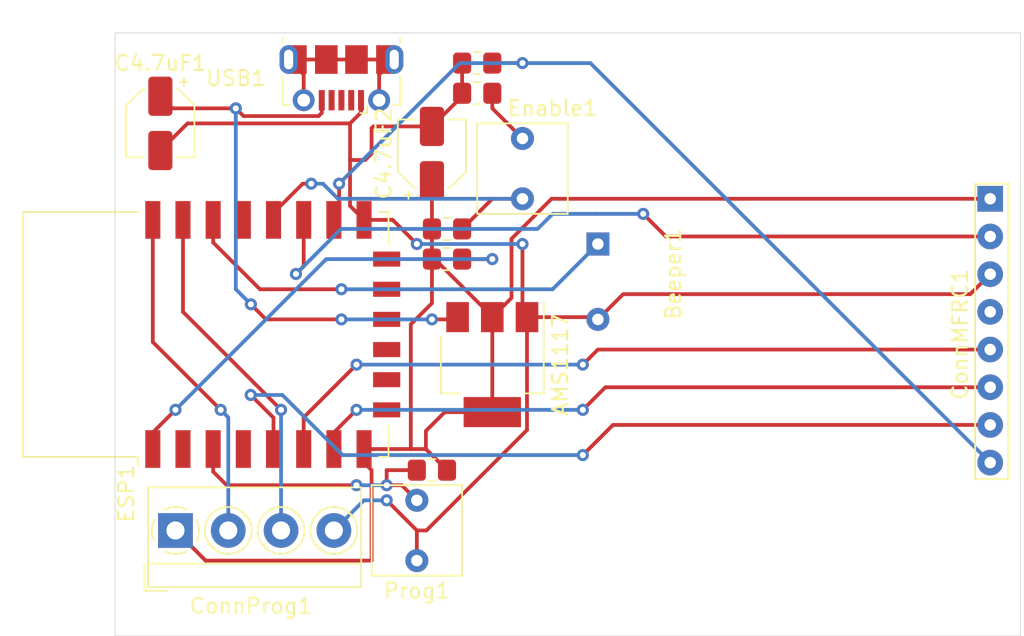
<source format=kicad_pcb>
(kicad_pcb (version 20171130) (host pcbnew "(5.1.9)-1")

  (general
    (thickness 1.6)
    (drawings 4)
    (tracks 172)
    (zones 0)
    (modules 15)
    (nets 30)
  )

  (page A4)
  (layers
    (0 F.Cu signal)
    (31 B.Cu signal)
    (32 B.Adhes user)
    (33 F.Adhes user)
    (34 B.Paste user)
    (35 F.Paste user)
    (36 B.SilkS user)
    (37 F.SilkS user)
    (38 B.Mask user)
    (39 F.Mask user)
    (40 Dwgs.User user)
    (41 Cmts.User user)
    (42 Eco1.User user)
    (43 Eco2.User user)
    (44 Edge.Cuts user)
    (45 Margin user)
    (46 B.CrtYd user)
    (47 F.CrtYd user)
    (48 B.Fab user)
    (49 F.Fab user)
  )

  (setup
    (last_trace_width 0.25)
    (trace_clearance 0.2)
    (zone_clearance 0.508)
    (zone_45_only no)
    (trace_min 0.2)
    (via_size 0.8)
    (via_drill 0.4)
    (via_min_size 0.4)
    (via_min_drill 0.3)
    (uvia_size 0.3)
    (uvia_drill 0.1)
    (uvias_allowed no)
    (uvia_min_size 0.2)
    (uvia_min_drill 0.1)
    (edge_width 0.05)
    (segment_width 0.2)
    (pcb_text_width 0.3)
    (pcb_text_size 1.5 1.5)
    (mod_edge_width 0.12)
    (mod_text_size 1 1)
    (mod_text_width 0.15)
    (pad_size 1.524 1.524)
    (pad_drill 0.762)
    (pad_to_mask_clearance 0)
    (aux_axis_origin 0 0)
    (visible_elements 7FFFFFFF)
    (pcbplotparams
      (layerselection 0x010fc_ffffffff)
      (usegerberextensions false)
      (usegerberattributes true)
      (usegerberadvancedattributes true)
      (creategerberjobfile true)
      (excludeedgelayer true)
      (linewidth 0.100000)
      (plotframeref false)
      (viasonmask false)
      (mode 1)
      (useauxorigin false)
      (hpglpennumber 1)
      (hpglpenspeed 20)
      (hpglpendiameter 15.000000)
      (psnegative false)
      (psa4output false)
      (plotreference true)
      (plotvalue true)
      (plotinvisibletext false)
      (padsonsilk false)
      (subtractmaskfromsilk false)
      (outputformat 1)
      (mirror false)
      (drillshape 0)
      (scaleselection 1)
      (outputdirectory "Order"))
  )

  (net 0 "")
  (net 1 "Net-(AMS1117-Pad1)")
  (net 2 "Net-(AMS1117-Pad3)")
  (net 3 "Net-(AMS1117-Pad2)")
  (net 4 "Net-(Beeper1-Pad1)")
  (net 5 "Net-(ConnMFRC1-Pad8)")
  (net 6 "Net-(ConnMFRC1-Pad7)")
  (net 7 "Net-(ConnMFRC1-Pad6)")
  (net 8 "Net-(ConnMFRC1-Pad5)")
  (net 9 "Net-(ConnMFRC1-Pad4)")
  (net 10 "Net-(ConnMFRC1-Pad2)")
  (net 11 "Net-(ConnProg1-Pad3)")
  (net 12 "Net-(ConnProg1-Pad2)")
  (net 13 "Net-(Enable1-Pad2)")
  (net 14 "Net-(ESP1-Pad12)")
  (net 15 "Net-(ESP1-Pad13)")
  (net 16 "Net-(ESP1-Pad22)")
  (net 17 "Net-(ESP1-Pad21)")
  (net 18 "Net-(ESP1-Pad20)")
  (net 19 "Net-(ESP1-Pad19)")
  (net 20 "Net-(ESP1-Pad18)")
  (net 21 "Net-(ESP1-Pad17)")
  (net 22 "Net-(ESP1-Pad4)")
  (net 23 "Net-(ESP1-Pad3)")
  (net 24 "Net-(ESP1-Pad2)")
  (net 25 "Net-(ESP1-Pad1)")
  (net 26 "Net-(USB1-Pad6)")
  (net 27 "Net-(USB1-Pad3)")
  (net 28 "Net-(USB1-Pad4)")
  (net 29 "Net-(USB1-Pad2)")

  (net_class Default "This is the default net class."
    (clearance 0.2)
    (trace_width 0.25)
    (via_dia 0.8)
    (via_drill 0.4)
    (uvia_dia 0.3)
    (uvia_drill 0.1)
    (add_net "Net-(AMS1117-Pad1)")
    (add_net "Net-(AMS1117-Pad2)")
    (add_net "Net-(AMS1117-Pad3)")
    (add_net "Net-(Beeper1-Pad1)")
    (add_net "Net-(ConnMFRC1-Pad2)")
    (add_net "Net-(ConnMFRC1-Pad4)")
    (add_net "Net-(ConnMFRC1-Pad5)")
    (add_net "Net-(ConnMFRC1-Pad6)")
    (add_net "Net-(ConnMFRC1-Pad7)")
    (add_net "Net-(ConnMFRC1-Pad8)")
    (add_net "Net-(ConnProg1-Pad2)")
    (add_net "Net-(ConnProg1-Pad3)")
    (add_net "Net-(ESP1-Pad1)")
    (add_net "Net-(ESP1-Pad12)")
    (add_net "Net-(ESP1-Pad13)")
    (add_net "Net-(ESP1-Pad17)")
    (add_net "Net-(ESP1-Pad18)")
    (add_net "Net-(ESP1-Pad19)")
    (add_net "Net-(ESP1-Pad2)")
    (add_net "Net-(ESP1-Pad20)")
    (add_net "Net-(ESP1-Pad21)")
    (add_net "Net-(ESP1-Pad22)")
    (add_net "Net-(ESP1-Pad3)")
    (add_net "Net-(ESP1-Pad4)")
    (add_net "Net-(Enable1-Pad2)")
    (add_net "Net-(USB1-Pad2)")
    (add_net "Net-(USB1-Pad3)")
    (add_net "Net-(USB1-Pad4)")
    (add_net "Net-(USB1-Pad6)")
  )

  (module esp:esp12f (layer F.Cu) (tedit 605CBEA7) (tstamp 6083B5F8)
    (at 19 34 90)
    (descr "Wi-Fi Module, http://wiki.ai-thinker.com/_media/esp8266/docs/aithinker_esp_12f_datasheet_en.pdf")
    (tags "Wi-Fi Module")
    (path /605CB4A1)
    (attr smd)
    (fp_text reference ESP1 (at -10.56 -5.26 90) (layer F.SilkS)
      (effects (font (size 1 1) (thickness 0.15)))
    )
    (fp_text value ESP-12E (at -0.06 -12.78 90) (layer F.Fab)
      (effects (font (size 1 1) (thickness 0.15)))
    )
    (fp_text user %R (at 0.49 -0.8 90) (layer F.Fab)
      (effects (font (size 1 1) (thickness 0.15)))
    )
    (fp_text user "KEEP-OUT ZONE" (at 0.03 -9.55 270) (layer Cmts.User)
      (effects (font (size 1 1) (thickness 0.15)))
    )
    (fp_text user Antenna (at -0.06 -7 270) (layer Cmts.User)
      (effects (font (size 1 1) (thickness 0.15)))
    )
    (fp_line (start 5.56 -4.8) (end 8.12 -7.36) (layer Dwgs.User) (width 0.12))
    (fp_line (start 2.56 -4.8) (end 8.12 -10.36) (layer Dwgs.User) (width 0.12))
    (fp_line (start -0.44 -4.8) (end 6.88 -12.12) (layer Dwgs.User) (width 0.12))
    (fp_line (start -3.44 -4.8) (end 3.88 -12.12) (layer Dwgs.User) (width 0.12))
    (fp_line (start -6.44 -4.8) (end 0.88 -12.12) (layer Dwgs.User) (width 0.12))
    (fp_line (start -8.12 -6.12) (end -2.12 -12.12) (layer Dwgs.User) (width 0.12))
    (fp_line (start -8.12 -9.12) (end -5.12 -12.12) (layer Dwgs.User) (width 0.12))
    (fp_line (start -8.12 -4.8) (end -8.12 -12.12) (layer Dwgs.User) (width 0.12))
    (fp_line (start 8.12 -4.8) (end -8.12 -4.8) (layer Dwgs.User) (width 0.12))
    (fp_line (start 8.12 -12.12) (end 8.12 -4.8) (layer Dwgs.User) (width 0.12))
    (fp_line (start -8.12 -12.12) (end 8.12 -12.12) (layer Dwgs.User) (width 0.12))
    (fp_line (start -8.12 -4.5) (end -8.73 -4.5) (layer F.SilkS) (width 0.12))
    (fp_line (start -8.12 -4.5) (end -8.12 -12.12) (layer F.SilkS) (width 0.12))
    (fp_line (start -8.12 12.12) (end -8.12 11.5) (layer F.SilkS) (width 0.12))
    (fp_line (start -6 12.12) (end -8.12 12.12) (layer F.SilkS) (width 0.12))
    (fp_line (start 8.12 12.12) (end 6 12.12) (layer F.SilkS) (width 0.12))
    (fp_line (start 8.12 11.5) (end 8.12 12.12) (layer F.SilkS) (width 0.12))
    (fp_line (start 8.12 -12.12) (end 8.12 -4.5) (layer F.SilkS) (width 0.12))
    (fp_line (start -8.12 -12.12) (end 8.12 -12.12) (layer F.SilkS) (width 0.12))
    (fp_line (start -9.05 13.1) (end -9.05 -12.2) (layer F.CrtYd) (width 0.05))
    (fp_line (start 9.05 13.1) (end -9.05 13.1) (layer F.CrtYd) (width 0.05))
    (fp_line (start 9.05 -12.2) (end 9.05 13.1) (layer F.CrtYd) (width 0.05))
    (fp_line (start -9.05 -12.2) (end 9.05 -12.2) (layer F.CrtYd) (width 0.05))
    (fp_line (start -8 -4) (end -8 -12) (layer F.Fab) (width 0.12))
    (fp_line (start -7.5 -3.5) (end -8 -4) (layer F.Fab) (width 0.12))
    (fp_line (start -8 -3) (end -7.5 -3.5) (layer F.Fab) (width 0.12))
    (fp_line (start -8 12) (end -8 -3) (layer F.Fab) (width 0.12))
    (fp_line (start 8 12) (end -8 12) (layer F.Fab) (width 0.12))
    (fp_line (start 8 -12) (end 8 12) (layer F.Fab) (width 0.12))
    (fp_line (start -8 -12) (end 8 -12) (layer F.Fab) (width 0.12))
    (pad 16 smd rect (at 7.6 -3.5 90) (size 2.5 1) (layers F.Cu F.Paste F.Mask)
      (net 12 "Net-(ConnProg1-Pad2)"))
    (pad 15 smd rect (at 7.6 -1.5 90) (size 2.5 1) (layers F.Cu F.Paste F.Mask)
      (net 11 "Net-(ConnProg1-Pad3)"))
    (pad 14 smd rect (at 7.6 0.5 90) (size 2.5 1) (layers F.Cu F.Paste F.Mask)
      (net 4 "Net-(Beeper1-Pad1)"))
    (pad 13 smd rect (at 7.6 2.5 90) (size 2.5 1) (layers F.Cu F.Paste F.Mask)
      (net 15 "Net-(ESP1-Pad13)"))
    (pad 12 smd rect (at 7.6 4.5 90) (size 2.5 1) (layers F.Cu F.Paste F.Mask)
      (net 14 "Net-(ESP1-Pad12)"))
    (pad 11 smd rect (at 7.6 6.5 90) (size 2.5 1) (layers F.Cu F.Paste F.Mask)
      (net 10 "Net-(ConnMFRC1-Pad2)"))
    (pad 10 smd rect (at 7.6 8.5 90) (size 2.5 1) (layers F.Cu F.Paste F.Mask)
      (net 5 "Net-(ConnMFRC1-Pad8)"))
    (pad 9 smd rect (at 7.6 10.5 90) (size 2.5 1) (layers F.Cu F.Paste F.Mask)
      (net 1 "Net-(AMS1117-Pad1)"))
    (pad 22 smd rect (at 5 12 90) (size 1 1.8) (layers F.Cu F.Paste F.Mask)
      (net 16 "Net-(ESP1-Pad22)"))
    (pad 21 smd rect (at 3 12 90) (size 1 1.8) (layers F.Cu F.Paste F.Mask)
      (net 17 "Net-(ESP1-Pad21)"))
    (pad 20 smd rect (at 1 12 90) (size 1 1.8) (layers F.Cu F.Paste F.Mask)
      (net 18 "Net-(ESP1-Pad20)"))
    (pad 19 smd rect (at -1 12 90) (size 1 1.8) (layers F.Cu F.Paste F.Mask)
      (net 19 "Net-(ESP1-Pad19)"))
    (pad 18 smd rect (at -3 12 90) (size 1 1.8) (layers F.Cu F.Paste F.Mask)
      (net 20 "Net-(ESP1-Pad18)"))
    (pad 17 smd rect (at -5 12 90) (size 1 1.8) (layers F.Cu F.Paste F.Mask)
      (net 21 "Net-(ESP1-Pad17)"))
    (pad 8 smd rect (at -7.6 10.5 90) (size 2.5 1) (layers F.Cu F.Paste F.Mask)
      (net 3 "Net-(AMS1117-Pad2)"))
    (pad 7 smd rect (at -7.6 8.5 90) (size 2.5 1) (layers F.Cu F.Paste F.Mask)
      (net 7 "Net-(ConnMFRC1-Pad6)"))
    (pad 6 smd rect (at -7.6 6.5 90) (size 2.5 1) (layers F.Cu F.Paste F.Mask)
      (net 8 "Net-(ConnMFRC1-Pad5)"))
    (pad 5 smd rect (at -7.6 4.5 90) (size 2.5 1) (layers F.Cu F.Paste F.Mask)
      (net 6 "Net-(ConnMFRC1-Pad7)"))
    (pad 4 smd rect (at -7.6 2.5 90) (size 2.5 1) (layers F.Cu F.Paste F.Mask)
      (net 22 "Net-(ESP1-Pad4)"))
    (pad 3 smd rect (at -7.6 0.5 90) (size 2.5 1) (layers F.Cu F.Paste F.Mask)
      (net 23 "Net-(ESP1-Pad3)"))
    (pad 2 smd rect (at -7.6 -1.5 90) (size 2.5 1) (layers F.Cu F.Paste F.Mask)
      (net 24 "Net-(ESP1-Pad2)"))
    (pad 1 smd rect (at -7.6 -3.5 90) (size 2.5 1) (layers F.Cu F.Paste F.Mask)
      (net 25 "Net-(ESP1-Pad1)"))
    (model ${KISYS3DMOD}/RF_Module.3dshapes/ESP-12E.wrl
      (at (xyz 0 0 0))
      (scale (xyz 1 1 1))
      (rotate (xyz 0 0 0))
    )
  )

  (module Capacitor_SMD:CP_Elec_4x5.4 (layer F.Cu) (tedit 5BCA39CF) (tstamp 6083C2B0)
    (at 34 22 90)
    (descr "SMD capacitor, aluminum electrolytic, Panasonic A5 / Nichicon, 4.0x5.4mm")
    (tags "capacitor electrolytic")
    (path /6076FB1B)
    (attr smd)
    (fp_text reference C4.7uF2 (at 0 -3.2 90) (layer F.SilkS)
      (effects (font (size 1 1) (thickness 0.15)))
    )
    (fp_text value C4.7uF (at 0 3.2 90) (layer F.Fab)
      (effects (font (size 1 1) (thickness 0.15)))
    )
    (fp_text user %R (at 0 0 90) (layer F.Fab)
      (effects (font (size 0.8 0.8) (thickness 0.12)))
    )
    (fp_circle (center 0 0) (end 2 0) (layer F.Fab) (width 0.1))
    (fp_line (start 2.15 -2.15) (end 2.15 2.15) (layer F.Fab) (width 0.1))
    (fp_line (start -1.15 -2.15) (end 2.15 -2.15) (layer F.Fab) (width 0.1))
    (fp_line (start -1.15 2.15) (end 2.15 2.15) (layer F.Fab) (width 0.1))
    (fp_line (start -2.15 -1.15) (end -2.15 1.15) (layer F.Fab) (width 0.1))
    (fp_line (start -2.15 -1.15) (end -1.15 -2.15) (layer F.Fab) (width 0.1))
    (fp_line (start -2.15 1.15) (end -1.15 2.15) (layer F.Fab) (width 0.1))
    (fp_line (start -1.574773 -1) (end -1.174773 -1) (layer F.Fab) (width 0.1))
    (fp_line (start -1.374773 -1.2) (end -1.374773 -0.8) (layer F.Fab) (width 0.1))
    (fp_line (start 2.26 2.26) (end 2.26 1.06) (layer F.SilkS) (width 0.12))
    (fp_line (start 2.26 -2.26) (end 2.26 -1.06) (layer F.SilkS) (width 0.12))
    (fp_line (start -1.195563 -2.26) (end 2.26 -2.26) (layer F.SilkS) (width 0.12))
    (fp_line (start -1.195563 2.26) (end 2.26 2.26) (layer F.SilkS) (width 0.12))
    (fp_line (start -2.26 1.195563) (end -2.26 1.06) (layer F.SilkS) (width 0.12))
    (fp_line (start -2.26 -1.195563) (end -2.26 -1.06) (layer F.SilkS) (width 0.12))
    (fp_line (start -2.26 -1.195563) (end -1.195563 -2.26) (layer F.SilkS) (width 0.12))
    (fp_line (start -2.26 1.195563) (end -1.195563 2.26) (layer F.SilkS) (width 0.12))
    (fp_line (start -3 -1.56) (end -2.5 -1.56) (layer F.SilkS) (width 0.12))
    (fp_line (start -2.75 -1.81) (end -2.75 -1.31) (layer F.SilkS) (width 0.12))
    (fp_line (start 2.4 -2.4) (end 2.4 -1.05) (layer F.CrtYd) (width 0.05))
    (fp_line (start 2.4 -1.05) (end 3.35 -1.05) (layer F.CrtYd) (width 0.05))
    (fp_line (start 3.35 -1.05) (end 3.35 1.05) (layer F.CrtYd) (width 0.05))
    (fp_line (start 3.35 1.05) (end 2.4 1.05) (layer F.CrtYd) (width 0.05))
    (fp_line (start 2.4 1.05) (end 2.4 2.4) (layer F.CrtYd) (width 0.05))
    (fp_line (start -1.25 2.4) (end 2.4 2.4) (layer F.CrtYd) (width 0.05))
    (fp_line (start -1.25 -2.4) (end 2.4 -2.4) (layer F.CrtYd) (width 0.05))
    (fp_line (start -2.4 1.25) (end -1.25 2.4) (layer F.CrtYd) (width 0.05))
    (fp_line (start -2.4 -1.25) (end -1.25 -2.4) (layer F.CrtYd) (width 0.05))
    (fp_line (start -2.4 -1.25) (end -2.4 -1.05) (layer F.CrtYd) (width 0.05))
    (fp_line (start -2.4 1.05) (end -2.4 1.25) (layer F.CrtYd) (width 0.05))
    (fp_line (start -2.4 -1.05) (end -3.35 -1.05) (layer F.CrtYd) (width 0.05))
    (fp_line (start -3.35 -1.05) (end -3.35 1.05) (layer F.CrtYd) (width 0.05))
    (fp_line (start -3.35 1.05) (end -2.4 1.05) (layer F.CrtYd) (width 0.05))
    (pad 2 smd roundrect (at 1.8 0 90) (size 2.6 1.6) (layers F.Cu F.Paste F.Mask) (roundrect_rratio 0.15625)
      (net 1 "Net-(AMS1117-Pad1)"))
    (pad 1 smd roundrect (at -1.8 0 90) (size 2.6 1.6) (layers F.Cu F.Paste F.Mask) (roundrect_rratio 0.15625)
      (net 3 "Net-(AMS1117-Pad2)"))
    (model ${KISYS3DMOD}/Capacitor_SMD.3dshapes/CP_Elec_4x5.4.wrl
      (at (xyz 0 0 0))
      (scale (xyz 1 1 1))
      (rotate (xyz 0 0 0))
    )
  )

  (module Capacitor_SMD:CP_Elec_4x5.4 (layer F.Cu) (tedit 5BCA39CF) (tstamp 6083B541)
    (at 16 20 270)
    (descr "SMD capacitor, aluminum electrolytic, Panasonic A5 / Nichicon, 4.0x5.4mm")
    (tags "capacitor electrolytic")
    (path /60767CBD)
    (attr smd)
    (fp_text reference C4.7uF1 (at -4 0 180) (layer F.SilkS)
      (effects (font (size 1 1) (thickness 0.15)))
    )
    (fp_text value C4.7uF (at 0 3.2 90) (layer F.Fab)
      (effects (font (size 1 1) (thickness 0.15)))
    )
    (fp_text user %R (at 0 0 90) (layer F.Fab)
      (effects (font (size 0.8 0.8) (thickness 0.12)))
    )
    (fp_circle (center 0 0) (end 2 0) (layer F.Fab) (width 0.1))
    (fp_line (start 2.15 -2.15) (end 2.15 2.15) (layer F.Fab) (width 0.1))
    (fp_line (start -1.15 -2.15) (end 2.15 -2.15) (layer F.Fab) (width 0.1))
    (fp_line (start -1.15 2.15) (end 2.15 2.15) (layer F.Fab) (width 0.1))
    (fp_line (start -2.15 -1.15) (end -2.15 1.15) (layer F.Fab) (width 0.1))
    (fp_line (start -2.15 -1.15) (end -1.15 -2.15) (layer F.Fab) (width 0.1))
    (fp_line (start -2.15 1.15) (end -1.15 2.15) (layer F.Fab) (width 0.1))
    (fp_line (start -1.574773 -1) (end -1.174773 -1) (layer F.Fab) (width 0.1))
    (fp_line (start -1.374773 -1.2) (end -1.374773 -0.8) (layer F.Fab) (width 0.1))
    (fp_line (start 2.26 2.26) (end 2.26 1.06) (layer F.SilkS) (width 0.12))
    (fp_line (start 2.26 -2.26) (end 2.26 -1.06) (layer F.SilkS) (width 0.12))
    (fp_line (start -1.195563 -2.26) (end 2.26 -2.26) (layer F.SilkS) (width 0.12))
    (fp_line (start -1.195563 2.26) (end 2.26 2.26) (layer F.SilkS) (width 0.12))
    (fp_line (start -2.26 1.195563) (end -2.26 1.06) (layer F.SilkS) (width 0.12))
    (fp_line (start -2.26 -1.195563) (end -2.26 -1.06) (layer F.SilkS) (width 0.12))
    (fp_line (start -2.26 -1.195563) (end -1.195563 -2.26) (layer F.SilkS) (width 0.12))
    (fp_line (start -2.26 1.195563) (end -1.195563 2.26) (layer F.SilkS) (width 0.12))
    (fp_line (start -3 -1.56) (end -2.5 -1.56) (layer F.SilkS) (width 0.12))
    (fp_line (start -2.75 -1.81) (end -2.75 -1.31) (layer F.SilkS) (width 0.12))
    (fp_line (start 2.4 -2.4) (end 2.4 -1.05) (layer F.CrtYd) (width 0.05))
    (fp_line (start 2.4 -1.05) (end 3.35 -1.05) (layer F.CrtYd) (width 0.05))
    (fp_line (start 3.35 -1.05) (end 3.35 1.05) (layer F.CrtYd) (width 0.05))
    (fp_line (start 3.35 1.05) (end 2.4 1.05) (layer F.CrtYd) (width 0.05))
    (fp_line (start 2.4 1.05) (end 2.4 2.4) (layer F.CrtYd) (width 0.05))
    (fp_line (start -1.25 2.4) (end 2.4 2.4) (layer F.CrtYd) (width 0.05))
    (fp_line (start -1.25 -2.4) (end 2.4 -2.4) (layer F.CrtYd) (width 0.05))
    (fp_line (start -2.4 1.25) (end -1.25 2.4) (layer F.CrtYd) (width 0.05))
    (fp_line (start -2.4 -1.25) (end -1.25 -2.4) (layer F.CrtYd) (width 0.05))
    (fp_line (start -2.4 -1.25) (end -2.4 -1.05) (layer F.CrtYd) (width 0.05))
    (fp_line (start -2.4 1.05) (end -2.4 1.25) (layer F.CrtYd) (width 0.05))
    (fp_line (start -2.4 -1.05) (end -3.35 -1.05) (layer F.CrtYd) (width 0.05))
    (fp_line (start -3.35 -1.05) (end -3.35 1.05) (layer F.CrtYd) (width 0.05))
    (fp_line (start -3.35 1.05) (end -2.4 1.05) (layer F.CrtYd) (width 0.05))
    (pad 2 smd roundrect (at 1.8 0 270) (size 2.6 1.6) (layers F.Cu F.Paste F.Mask) (roundrect_rratio 0.15625)
      (net 1 "Net-(AMS1117-Pad1)"))
    (pad 1 smd roundrect (at -1.8 0 270) (size 2.6 1.6) (layers F.Cu F.Paste F.Mask) (roundrect_rratio 0.15625)
      (net 2 "Net-(AMS1117-Pad3)"))
    (model ${KISYS3DMOD}/Capacitor_SMD.3dshapes/CP_Elec_4x5.4.wrl
      (at (xyz 0 0 0))
      (scale (xyz 1 1 1))
      (rotate (xyz 0 0 0))
    )
  )

  (module Connector_USB:USB_Micro-B_Molex-105017-0001 (layer F.Cu) (tedit 5A1DC0BE) (tstamp 6083B680)
    (at 28 17 180)
    (descr http://www.molex.com/pdm_docs/sd/1050170001_sd.pdf)
    (tags "Micro-USB SMD Typ-B")
    (path /607DC9CE)
    (attr smd)
    (fp_text reference USB1 (at 7 0) (layer F.SilkS)
      (effects (font (size 1 1) (thickness 0.15)))
    )
    (fp_text value USB_B_Micro (at 0.3 4.3375) (layer F.Fab)
      (effects (font (size 1 1) (thickness 0.15)))
    )
    (fp_text user %R (at 0 0.8875) (layer F.Fab)
      (effects (font (size 1 1) (thickness 0.15)))
    )
    (fp_text user "PCB Edge" (at 0 2.6875) (layer Dwgs.User)
      (effects (font (size 0.5 0.5) (thickness 0.08)))
    )
    (fp_line (start -4.4 3.64) (end 4.4 3.64) (layer F.CrtYd) (width 0.05))
    (fp_line (start 4.4 -2.46) (end 4.4 3.64) (layer F.CrtYd) (width 0.05))
    (fp_line (start -4.4 -2.46) (end 4.4 -2.46) (layer F.CrtYd) (width 0.05))
    (fp_line (start -4.4 3.64) (end -4.4 -2.46) (layer F.CrtYd) (width 0.05))
    (fp_line (start -3.9 -1.7625) (end -3.45 -1.7625) (layer F.SilkS) (width 0.12))
    (fp_line (start -3.9 0.0875) (end -3.9 -1.7625) (layer F.SilkS) (width 0.12))
    (fp_line (start 3.9 2.6375) (end 3.9 2.3875) (layer F.SilkS) (width 0.12))
    (fp_line (start 3.75 3.3875) (end 3.75 -1.6125) (layer F.Fab) (width 0.1))
    (fp_line (start -3 2.689204) (end 3 2.689204) (layer F.Fab) (width 0.1))
    (fp_line (start -3.75 3.389204) (end 3.75 3.389204) (layer F.Fab) (width 0.1))
    (fp_line (start -3.75 -1.6125) (end 3.75 -1.6125) (layer F.Fab) (width 0.1))
    (fp_line (start -3.75 3.3875) (end -3.75 -1.6125) (layer F.Fab) (width 0.1))
    (fp_line (start -3.9 2.6375) (end -3.9 2.3875) (layer F.SilkS) (width 0.12))
    (fp_line (start 3.9 0.0875) (end 3.9 -1.7625) (layer F.SilkS) (width 0.12))
    (fp_line (start 3.9 -1.7625) (end 3.45 -1.7625) (layer F.SilkS) (width 0.12))
    (fp_line (start -1.7 -2.3125) (end -1.25 -2.3125) (layer F.SilkS) (width 0.12))
    (fp_line (start -1.7 -2.3125) (end -1.7 -1.8625) (layer F.SilkS) (width 0.12))
    (fp_line (start -1.3 -1.7125) (end -1.5 -1.9125) (layer F.Fab) (width 0.1))
    (fp_line (start -1.1 -1.9125) (end -1.3 -1.7125) (layer F.Fab) (width 0.1))
    (fp_line (start -1.5 -2.1225) (end -1.1 -2.1225) (layer F.Fab) (width 0.1))
    (fp_line (start -1.5 -2.1225) (end -1.5 -1.9125) (layer F.Fab) (width 0.1))
    (fp_line (start -1.1 -2.1225) (end -1.1 -1.9125) (layer F.Fab) (width 0.1))
    (pad 6 smd rect (at -2.9 1.2375 180) (size 1.2 1.9) (layers F.Cu F.Mask)
      (net 26 "Net-(USB1-Pad6)"))
    (pad 6 smd rect (at 2.9 1.2375 180) (size 1.2 1.9) (layers F.Cu F.Mask)
      (net 26 "Net-(USB1-Pad6)"))
    (pad 6 thru_hole oval (at 3.5 1.2375 180) (size 1.2 1.9) (drill oval 0.6 1.3) (layers *.Cu *.Mask)
      (net 26 "Net-(USB1-Pad6)"))
    (pad 6 thru_hole oval (at -3.5 1.2375) (size 1.2 1.9) (drill oval 0.6 1.3) (layers *.Cu *.Mask)
      (net 26 "Net-(USB1-Pad6)"))
    (pad 6 smd rect (at -1 1.2375 180) (size 1.5 1.9) (layers F.Cu F.Paste F.Mask)
      (net 26 "Net-(USB1-Pad6)"))
    (pad 6 thru_hole circle (at 2.5 -1.4625 180) (size 1.45 1.45) (drill 0.85) (layers *.Cu *.Mask)
      (net 26 "Net-(USB1-Pad6)"))
    (pad 3 smd rect (at 0 -1.4625 180) (size 0.4 1.35) (layers F.Cu F.Paste F.Mask)
      (net 27 "Net-(USB1-Pad3)"))
    (pad 4 smd rect (at 0.65 -1.4625 180) (size 0.4 1.35) (layers F.Cu F.Paste F.Mask)
      (net 28 "Net-(USB1-Pad4)"))
    (pad 5 smd rect (at 1.3 -1.4625 180) (size 0.4 1.35) (layers F.Cu F.Paste F.Mask)
      (net 2 "Net-(AMS1117-Pad3)"))
    (pad 1 smd rect (at -1.3 -1.4625 180) (size 0.4 1.35) (layers F.Cu F.Paste F.Mask)
      (net 1 "Net-(AMS1117-Pad1)"))
    (pad 2 smd rect (at -0.65 -1.4625 180) (size 0.4 1.35) (layers F.Cu F.Paste F.Mask)
      (net 29 "Net-(USB1-Pad2)"))
    (pad 6 thru_hole circle (at -2.5 -1.4625 180) (size 1.45 1.45) (drill 0.85) (layers *.Cu *.Mask)
      (net 26 "Net-(USB1-Pad6)"))
    (pad 6 smd rect (at 1 1.2375 180) (size 1.5 1.9) (layers F.Cu F.Paste F.Mask)
      (net 26 "Net-(USB1-Pad6)"))
    (model ${KISYS3DMOD}/Connector_USB.3dshapes/USB_Micro-B_Molex-105017-0001.wrl
      (at (xyz 0 0 0))
      (scale (xyz 1 1 1))
      (rotate (xyz 0 0 0))
    )
  )

  (module Resistor_SMD:R_0805_2012Metric_Pad1.20x1.40mm_HandSolder (layer F.Cu) (tedit 5F68FEEE) (tstamp 6083B657)
    (at 35 27 180)
    (descr "Resistor SMD 0805 (2012 Metric), square (rectangular) end terminal, IPC_7351 nominal with elongated pad for handsoldering. (Body size source: IPC-SM-782 page 72, https://www.pcb-3d.com/wordpress/wp-content/uploads/ipc-sm-782a_amendment_1_and_2.pdf), generated with kicad-footprint-generator")
    (tags "resistor handsolder")
    (path /60621969)
    (attr smd)
    (fp_text reference R10k4 (at 0 -1.65) (layer F.SilkS) hide
      (effects (font (size 1 1) (thickness 0.15)))
    )
    (fp_text value 10kOhm (at 0 1.65) (layer F.Fab) hide
      (effects (font (size 1 1) (thickness 0.15)))
    )
    (fp_text user %R (at 0 0) (layer F.Fab)
      (effects (font (size 0.5 0.5) (thickness 0.08)))
    )
    (fp_line (start -1 0.625) (end -1 -0.625) (layer F.Fab) (width 0.1))
    (fp_line (start -1 -0.625) (end 1 -0.625) (layer F.Fab) (width 0.1))
    (fp_line (start 1 -0.625) (end 1 0.625) (layer F.Fab) (width 0.1))
    (fp_line (start 1 0.625) (end -1 0.625) (layer F.Fab) (width 0.1))
    (fp_line (start -0.227064 -0.735) (end 0.227064 -0.735) (layer F.SilkS) (width 0.12))
    (fp_line (start -0.227064 0.735) (end 0.227064 0.735) (layer F.SilkS) (width 0.12))
    (fp_line (start -1.85 0.95) (end -1.85 -0.95) (layer F.CrtYd) (width 0.05))
    (fp_line (start -1.85 -0.95) (end 1.85 -0.95) (layer F.CrtYd) (width 0.05))
    (fp_line (start 1.85 -0.95) (end 1.85 0.95) (layer F.CrtYd) (width 0.05))
    (fp_line (start 1.85 0.95) (end -1.85 0.95) (layer F.CrtYd) (width 0.05))
    (pad 2 smd roundrect (at 1 0 180) (size 1.2 1.4) (layers F.Cu F.Paste F.Mask) (roundrect_rratio 0.2083325)
      (net 3 "Net-(AMS1117-Pad2)"))
    (pad 1 smd roundrect (at -1 0 180) (size 1.2 1.4) (layers F.Cu F.Paste F.Mask) (roundrect_rratio 0.2083325)
      (net 14 "Net-(ESP1-Pad12)"))
    (model ${KISYS3DMOD}/Resistor_SMD.3dshapes/R_0805_2012Metric.wrl
      (at (xyz 0 0 0))
      (scale (xyz 1 1 1))
      (rotate (xyz 0 0 0))
    )
  )

  (module Resistor_SMD:R_0805_2012Metric_Pad1.20x1.40mm_HandSolder (layer F.Cu) (tedit 5F68FEEE) (tstamp 6083B646)
    (at 37 16 180)
    (descr "Resistor SMD 0805 (2012 Metric), square (rectangular) end terminal, IPC_7351 nominal with elongated pad for handsoldering. (Body size source: IPC-SM-782 page 72, https://www.pcb-3d.com/wordpress/wp-content/uploads/ipc-sm-782a_amendment_1_and_2.pdf), generated with kicad-footprint-generator")
    (tags "resistor handsolder")
    (path /606082C8)
    (attr smd)
    (fp_text reference R10k3 (at 0 -1.65) (layer F.SilkS) hide
      (effects (font (size 1 1) (thickness 0.15)))
    )
    (fp_text value 10kOhm (at 0 1.65) (layer F.Fab) hide
      (effects (font (size 1 1) (thickness 0.15)))
    )
    (fp_text user %R (at 0 0) (layer F.Fab)
      (effects (font (size 0.5 0.5) (thickness 0.08)))
    )
    (fp_line (start -1 0.625) (end -1 -0.625) (layer F.Fab) (width 0.1))
    (fp_line (start -1 -0.625) (end 1 -0.625) (layer F.Fab) (width 0.1))
    (fp_line (start 1 -0.625) (end 1 0.625) (layer F.Fab) (width 0.1))
    (fp_line (start 1 0.625) (end -1 0.625) (layer F.Fab) (width 0.1))
    (fp_line (start -0.227064 -0.735) (end 0.227064 -0.735) (layer F.SilkS) (width 0.12))
    (fp_line (start -0.227064 0.735) (end 0.227064 0.735) (layer F.SilkS) (width 0.12))
    (fp_line (start -1.85 0.95) (end -1.85 -0.95) (layer F.CrtYd) (width 0.05))
    (fp_line (start -1.85 -0.95) (end 1.85 -0.95) (layer F.CrtYd) (width 0.05))
    (fp_line (start 1.85 -0.95) (end 1.85 0.95) (layer F.CrtYd) (width 0.05))
    (fp_line (start 1.85 0.95) (end -1.85 0.95) (layer F.CrtYd) (width 0.05))
    (pad 2 smd roundrect (at 1 0 180) (size 1.2 1.4) (layers F.Cu F.Paste F.Mask) (roundrect_rratio 0.2083325)
      (net 1 "Net-(AMS1117-Pad1)"))
    (pad 1 smd roundrect (at -1 0 180) (size 1.2 1.4) (layers F.Cu F.Paste F.Mask) (roundrect_rratio 0.2083325)
      (net 5 "Net-(ConnMFRC1-Pad8)"))
    (model ${KISYS3DMOD}/Resistor_SMD.3dshapes/R_0805_2012Metric.wrl
      (at (xyz 0 0 0))
      (scale (xyz 1 1 1))
      (rotate (xyz 0 0 0))
    )
  )

  (module Resistor_SMD:R_0805_2012Metric_Pad1.20x1.40mm_HandSolder (layer F.Cu) (tedit 5F68FEEE) (tstamp 6083B635)
    (at 35 29 180)
    (descr "Resistor SMD 0805 (2012 Metric), square (rectangular) end terminal, IPC_7351 nominal with elongated pad for handsoldering. (Body size source: IPC-SM-782 page 72, https://www.pcb-3d.com/wordpress/wp-content/uploads/ipc-sm-782a_amendment_1_and_2.pdf), generated with kicad-footprint-generator")
    (tags "resistor handsolder")
    (path /60603B39)
    (attr smd)
    (fp_text reference R10k2 (at 0 -1.65) (layer F.SilkS) hide
      (effects (font (size 1 1) (thickness 0.15)))
    )
    (fp_text value 10kOhm (at 0 1.65) (layer F.Fab) hide
      (effects (font (size 1 1) (thickness 0.15)))
    )
    (fp_text user %R (at 0 0) (layer F.Fab)
      (effects (font (size 0.5 0.5) (thickness 0.08)))
    )
    (fp_line (start -1 0.625) (end -1 -0.625) (layer F.Fab) (width 0.1))
    (fp_line (start -1 -0.625) (end 1 -0.625) (layer F.Fab) (width 0.1))
    (fp_line (start 1 -0.625) (end 1 0.625) (layer F.Fab) (width 0.1))
    (fp_line (start 1 0.625) (end -1 0.625) (layer F.Fab) (width 0.1))
    (fp_line (start -0.227064 -0.735) (end 0.227064 -0.735) (layer F.SilkS) (width 0.12))
    (fp_line (start -0.227064 0.735) (end 0.227064 0.735) (layer F.SilkS) (width 0.12))
    (fp_line (start -1.85 0.95) (end -1.85 -0.95) (layer F.CrtYd) (width 0.05))
    (fp_line (start -1.85 -0.95) (end 1.85 -0.95) (layer F.CrtYd) (width 0.05))
    (fp_line (start 1.85 -0.95) (end 1.85 0.95) (layer F.CrtYd) (width 0.05))
    (fp_line (start 1.85 0.95) (end -1.85 0.95) (layer F.CrtYd) (width 0.05))
    (pad 2 smd roundrect (at 1 0 180) (size 1.2 1.4) (layers F.Cu F.Paste F.Mask) (roundrect_rratio 0.2083325)
      (net 3 "Net-(AMS1117-Pad2)"))
    (pad 1 smd roundrect (at -1 0 180) (size 1.2 1.4) (layers F.Cu F.Paste F.Mask) (roundrect_rratio 0.2083325)
      (net 25 "Net-(ESP1-Pad1)"))
    (model ${KISYS3DMOD}/Resistor_SMD.3dshapes/R_0805_2012Metric.wrl
      (at (xyz 0 0 0))
      (scale (xyz 1 1 1))
      (rotate (xyz 0 0 0))
    )
  )

  (module Resistor_SMD:R_0805_2012Metric_Pad1.20x1.40mm_HandSolder (layer F.Cu) (tedit 5F68FEEE) (tstamp 6083B624)
    (at 34 43 180)
    (descr "Resistor SMD 0805 (2012 Metric), square (rectangular) end terminal, IPC_7351 nominal with elongated pad for handsoldering. (Body size source: IPC-SM-782 page 72, https://www.pcb-3d.com/wordpress/wp-content/uploads/ipc-sm-782a_amendment_1_and_2.pdf), generated with kicad-footprint-generator")
    (tags "resistor handsolder")
    (path /6060E26E)
    (attr smd)
    (fp_text reference R10k1 (at 0 -1.65) (layer F.SilkS) hide
      (effects (font (size 1 1) (thickness 0.15)))
    )
    (fp_text value 10kOhm (at 0 1.65) (layer F.Fab) hide
      (effects (font (size 1 1) (thickness 0.15)))
    )
    (fp_text user %R (at 0 0) (layer F.Fab)
      (effects (font (size 0.5 0.5) (thickness 0.08)))
    )
    (fp_line (start -1 0.625) (end -1 -0.625) (layer F.Fab) (width 0.1))
    (fp_line (start -1 -0.625) (end 1 -0.625) (layer F.Fab) (width 0.1))
    (fp_line (start 1 -0.625) (end 1 0.625) (layer F.Fab) (width 0.1))
    (fp_line (start 1 0.625) (end -1 0.625) (layer F.Fab) (width 0.1))
    (fp_line (start -0.227064 -0.735) (end 0.227064 -0.735) (layer F.SilkS) (width 0.12))
    (fp_line (start -0.227064 0.735) (end 0.227064 0.735) (layer F.SilkS) (width 0.12))
    (fp_line (start -1.85 0.95) (end -1.85 -0.95) (layer F.CrtYd) (width 0.05))
    (fp_line (start -1.85 -0.95) (end 1.85 -0.95) (layer F.CrtYd) (width 0.05))
    (fp_line (start 1.85 -0.95) (end 1.85 0.95) (layer F.CrtYd) (width 0.05))
    (fp_line (start 1.85 0.95) (end -1.85 0.95) (layer F.CrtYd) (width 0.05))
    (pad 2 smd roundrect (at 1 0 180) (size 1.2 1.4) (layers F.Cu F.Paste F.Mask) (roundrect_rratio 0.2083325)
      (net 23 "Net-(ESP1-Pad3)"))
    (pad 1 smd roundrect (at -1 0 180) (size 1.2 1.4) (layers F.Cu F.Paste F.Mask) (roundrect_rratio 0.2083325)
      (net 3 "Net-(AMS1117-Pad2)"))
    (model ${KISYS3DMOD}/Resistor_SMD.3dshapes/R_0805_2012Metric.wrl
      (at (xyz 0 0 0))
      (scale (xyz 1 1 1))
      (rotate (xyz 0 0 0))
    )
  )

  (module Resistor_SMD:R_0805_2012Metric_Pad1.20x1.40mm_HandSolder (layer F.Cu) (tedit 5F68FEEE) (tstamp 6083B613)
    (at 37 18 180)
    (descr "Resistor SMD 0805 (2012 Metric), square (rectangular) end terminal, IPC_7351 nominal with elongated pad for handsoldering. (Body size source: IPC-SM-782 page 72, https://www.pcb-3d.com/wordpress/wp-content/uploads/ipc-sm-782a_amendment_1_and_2.pdf), generated with kicad-footprint-generator")
    (tags "resistor handsolder")
    (path /6061D77A)
    (attr smd)
    (fp_text reference R470 (at 0 -1.65) (layer F.SilkS) hide
      (effects (font (size 1 1) (thickness 0.15)))
    )
    (fp_text value 470Ohm (at 0 1.65) (layer F.Fab) hide
      (effects (font (size 1 1) (thickness 0.15)))
    )
    (fp_text user %R (at 0 0) (layer F.Fab)
      (effects (font (size 0.5 0.5) (thickness 0.08)))
    )
    (fp_line (start -1 0.625) (end -1 -0.625) (layer F.Fab) (width 0.1))
    (fp_line (start -1 -0.625) (end 1 -0.625) (layer F.Fab) (width 0.1))
    (fp_line (start 1 -0.625) (end 1 0.625) (layer F.Fab) (width 0.1))
    (fp_line (start 1 0.625) (end -1 0.625) (layer F.Fab) (width 0.1))
    (fp_line (start -0.227064 -0.735) (end 0.227064 -0.735) (layer F.SilkS) (width 0.12))
    (fp_line (start -0.227064 0.735) (end 0.227064 0.735) (layer F.SilkS) (width 0.12))
    (fp_line (start -1.85 0.95) (end -1.85 -0.95) (layer F.CrtYd) (width 0.05))
    (fp_line (start -1.85 -0.95) (end 1.85 -0.95) (layer F.CrtYd) (width 0.05))
    (fp_line (start 1.85 -0.95) (end 1.85 0.95) (layer F.CrtYd) (width 0.05))
    (fp_line (start 1.85 0.95) (end -1.85 0.95) (layer F.CrtYd) (width 0.05))
    (pad 2 smd roundrect (at 1 0 180) (size 1.2 1.4) (layers F.Cu F.Paste F.Mask) (roundrect_rratio 0.2083325)
      (net 1 "Net-(AMS1117-Pad1)"))
    (pad 1 smd roundrect (at -1 0 180) (size 1.2 1.4) (layers F.Cu F.Paste F.Mask) (roundrect_rratio 0.2083325)
      (net 13 "Net-(Enable1-Pad2)"))
    (model ${KISYS3DMOD}/Resistor_SMD.3dshapes/R_0805_2012Metric.wrl
      (at (xyz 0 0 0))
      (scale (xyz 1 1 1))
      (rotate (xyz 0 0 0))
    )
  )

  (module button:Button (layer F.Cu) (tedit 605B9016) (tstamp 6083B602)
    (at 33 47 180)
    (path /6061837C)
    (fp_text reference Prog1 (at 0 -4) (layer F.SilkS)
      (effects (font (size 1 1) (thickness 0.15)))
    )
    (fp_text value Prog (at -4 0 90) (layer F.Fab)
      (effects (font (size 1 1) (thickness 0.15)))
    )
    (fp_line (start -3 -3) (end 3 -3) (layer F.SilkS) (width 0.12))
    (fp_line (start 3 -3) (end 3 3) (layer F.SilkS) (width 0.12))
    (fp_line (start 3 3) (end -3 3) (layer F.SilkS) (width 0.12))
    (fp_line (start -3 3) (end -3 -3) (layer F.SilkS) (width 0.12))
    (pad 2 thru_hole circle (at 0 2 180) (size 1.524 1.524) (drill 0.762) (layers *.Cu *.Mask)
      (net 23 "Net-(ESP1-Pad3)"))
    (pad 1 thru_hole circle (at 0 -2 180) (size 1.524 1.524) (drill 0.762) (layers *.Cu *.Mask)
      (net 1 "Net-(AMS1117-Pad1)"))
  )

  (module button:Button (layer F.Cu) (tedit 605B9016) (tstamp 6083B5BD)
    (at 40 23 180)
    (path /605C783A)
    (fp_text reference Enable1 (at -2 4 180) (layer F.SilkS)
      (effects (font (size 1 1) (thickness 0.15)))
    )
    (fp_text value Enable (at 0 -4) (layer F.Fab)
      (effects (font (size 1 1) (thickness 0.15)))
    )
    (fp_line (start -3 -3) (end 3 -3) (layer F.SilkS) (width 0.12))
    (fp_line (start 3 -3) (end 3 3) (layer F.SilkS) (width 0.12))
    (fp_line (start 3 3) (end -3 3) (layer F.SilkS) (width 0.12))
    (fp_line (start -3 3) (end -3 -3) (layer F.SilkS) (width 0.12))
    (pad 2 thru_hole circle (at 0 2 180) (size 1.524 1.524) (drill 0.762) (layers *.Cu *.Mask)
      (net 13 "Net-(Enable1-Pad2)"))
    (pad 1 thru_hole circle (at 0 -2 180) (size 1.524 1.524) (drill 0.762) (layers *.Cu *.Mask)
      (net 14 "Net-(ESP1-Pad12)"))
  )

  (module TerminalBlock_MetzConnect:TerminalBlock_MetzConnect_Type059_RT06304HBWC_1x04_P3.50mm_Horizontal (layer F.Cu) (tedit 5B294EA1) (tstamp 6083B5B3)
    (at 17 47)
    (descr "terminal block Metz Connect Type059_RT06304HBWC, 4 pins, pitch 3.5mm, size 14x6.5mm^2, drill diamater 1.2mm, pad diameter 2.3mm, see http://www.metz-connect.com/de/system/files/productfiles/Datenblatt_310591_RT063xxHBWC_OFF-022684T.pdf, script-generated using https://github.com/pointhi/kicad-footprint-generator/scripts/TerminalBlock_MetzConnect")
    (tags "THT terminal block Metz Connect Type059_RT06304HBWC pitch 3.5mm size 14x6.5mm^2 drill 1.2mm pad 2.3mm")
    (path /6062D387)
    (fp_text reference ConnProg1 (at 5 5) (layer F.SilkS)
      (effects (font (size 1 1) (thickness 0.15)))
    )
    (fp_text value Conn_01x04_Female (at 5.25 4.76) (layer F.Fab)
      (effects (font (size 1 1) (thickness 0.15)))
    )
    (fp_text user %R (at 5.25 2.95) (layer F.Fab)
      (effects (font (size 1 1) (thickness 0.15)))
    )
    (fp_arc (start 0 0) (end -0.707 1.386) (angle -28) (layer F.SilkS) (width 0.12))
    (fp_arc (start 0 0) (end -1.386 -0.707) (angle -54) (layer F.SilkS) (width 0.12))
    (fp_arc (start 0 0) (end 0.707 -1.386) (angle -54) (layer F.SilkS) (width 0.12))
    (fp_arc (start 0 0) (end 1.386 0.707) (angle -54) (layer F.SilkS) (width 0.12))
    (fp_arc (start 0 0) (end 0 1.555) (angle -27) (layer F.SilkS) (width 0.12))
    (fp_circle (center 0 0) (end 1.375 0) (layer F.Fab) (width 0.1))
    (fp_circle (center 3.5 0) (end 4.875 0) (layer F.Fab) (width 0.1))
    (fp_circle (center 3.5 0) (end 5.055 0) (layer F.SilkS) (width 0.12))
    (fp_circle (center 7 0) (end 8.375 0) (layer F.Fab) (width 0.1))
    (fp_circle (center 7 0) (end 8.555 0) (layer F.SilkS) (width 0.12))
    (fp_circle (center 10.5 0) (end 11.875 0) (layer F.Fab) (width 0.1))
    (fp_circle (center 10.5 0) (end 12.055 0) (layer F.SilkS) (width 0.12))
    (fp_line (start -1.75 -2.8) (end 12.25 -2.8) (layer F.Fab) (width 0.1))
    (fp_line (start 12.25 -2.8) (end 12.25 3.7) (layer F.Fab) (width 0.1))
    (fp_line (start 12.25 3.7) (end -0.25 3.7) (layer F.Fab) (width 0.1))
    (fp_line (start -0.25 3.7) (end -1.75 2.2) (layer F.Fab) (width 0.1))
    (fp_line (start -1.75 2.2) (end -1.75 -2.8) (layer F.Fab) (width 0.1))
    (fp_line (start -1.75 2.2) (end 12.25 2.2) (layer F.Fab) (width 0.1))
    (fp_line (start -1.81 2.2) (end 12.31 2.2) (layer F.SilkS) (width 0.12))
    (fp_line (start -1.81 -2.86) (end 12.31 -2.86) (layer F.SilkS) (width 0.12))
    (fp_line (start -1.81 3.76) (end 12.31 3.76) (layer F.SilkS) (width 0.12))
    (fp_line (start -1.81 -2.86) (end -1.81 3.76) (layer F.SilkS) (width 0.12))
    (fp_line (start 12.31 -2.86) (end 12.31 3.76) (layer F.SilkS) (width 0.12))
    (fp_line (start 1.043 -0.875) (end -0.876 1.043) (layer F.Fab) (width 0.1))
    (fp_line (start 0.876 -1.043) (end -1.043 0.875) (layer F.Fab) (width 0.1))
    (fp_line (start 4.543 -0.875) (end 2.625 1.043) (layer F.Fab) (width 0.1))
    (fp_line (start 4.376 -1.043) (end 2.458 0.875) (layer F.Fab) (width 0.1))
    (fp_line (start 4.68 -0.99) (end 4.604 -0.914) (layer F.SilkS) (width 0.12))
    (fp_line (start 2.565 1.125) (end 2.511 1.18) (layer F.SilkS) (width 0.12))
    (fp_line (start 4.49 -1.18) (end 4.436 -1.126) (layer F.SilkS) (width 0.12))
    (fp_line (start 2.397 0.914) (end 2.321 0.99) (layer F.SilkS) (width 0.12))
    (fp_line (start 8.043 -0.875) (end 6.125 1.043) (layer F.Fab) (width 0.1))
    (fp_line (start 7.876 -1.043) (end 5.958 0.875) (layer F.Fab) (width 0.1))
    (fp_line (start 8.18 -0.99) (end 8.104 -0.914) (layer F.SilkS) (width 0.12))
    (fp_line (start 6.065 1.125) (end 6.011 1.18) (layer F.SilkS) (width 0.12))
    (fp_line (start 7.99 -1.18) (end 7.936 -1.126) (layer F.SilkS) (width 0.12))
    (fp_line (start 5.897 0.914) (end 5.821 0.99) (layer F.SilkS) (width 0.12))
    (fp_line (start 11.543 -0.875) (end 9.625 1.043) (layer F.Fab) (width 0.1))
    (fp_line (start 11.376 -1.043) (end 9.458 0.875) (layer F.Fab) (width 0.1))
    (fp_line (start 11.68 -0.99) (end 11.604 -0.914) (layer F.SilkS) (width 0.12))
    (fp_line (start 9.565 1.125) (end 9.511 1.18) (layer F.SilkS) (width 0.12))
    (fp_line (start 11.49 -1.18) (end 11.436 -1.126) (layer F.SilkS) (width 0.12))
    (fp_line (start 9.397 0.914) (end 9.321 0.99) (layer F.SilkS) (width 0.12))
    (fp_line (start -2.05 2.26) (end -2.05 4) (layer F.SilkS) (width 0.12))
    (fp_line (start -2.05 4) (end -0.55 4) (layer F.SilkS) (width 0.12))
    (fp_line (start -2.25 -3.3) (end -2.25 4.2) (layer F.CrtYd) (width 0.05))
    (fp_line (start -2.25 4.2) (end 12.75 4.2) (layer F.CrtYd) (width 0.05))
    (fp_line (start 12.75 4.2) (end 12.75 -3.3) (layer F.CrtYd) (width 0.05))
    (fp_line (start 12.75 -3.3) (end -2.25 -3.3) (layer F.CrtYd) (width 0.05))
    (pad 4 thru_hole circle (at 10.5 0) (size 2.3 2.3) (drill 1.2) (layers *.Cu *.Mask)
      (net 1 "Net-(AMS1117-Pad1)"))
    (pad 3 thru_hole circle (at 7 0) (size 2.3 2.3) (drill 1.2) (layers *.Cu *.Mask)
      (net 11 "Net-(ConnProg1-Pad3)"))
    (pad 2 thru_hole circle (at 3.5 0) (size 2.3 2.3) (drill 1.2) (layers *.Cu *.Mask)
      (net 12 "Net-(ConnProg1-Pad2)"))
    (pad 1 thru_hole rect (at 0 0) (size 2.3 2.3) (drill 1.2) (layers *.Cu *.Mask)
      (net 3 "Net-(AMS1117-Pad2)"))
    (model ${KISYS3DMOD}/TerminalBlock_MetzConnect.3dshapes/TerminalBlock_MetzConnect_Type059_RT06304HBWC_1x04_P3.50mm_Horizontal.wrl
      (at (xyz 0 0 0))
      (scale (xyz 1 1 1))
      (rotate (xyz 0 0 0))
    )
  )

  (module MFRC522:MFRC522_PinHeader (layer F.Cu) (tedit 605F2E90) (tstamp 6083B579)
    (at 73 24 270)
    (path /6060309D)
    (fp_text reference ConnMFRC1 (at 10 4 90) (layer F.SilkS)
      (effects (font (size 1 1) (thickness 0.15)))
    )
    (fp_text value Conn_01x08_Female (at 10 6 90) (layer F.Fab)
      (effects (font (size 1 1) (thickness 0.15)))
    )
    (fp_line (start 0 0.8) (end 0 3) (layer F.SilkS) (width 0.12))
    (fp_line (start 0 3) (end 19.6 3) (layer F.SilkS) (width 0.12))
    (fp_line (start 19.6 3) (end 19.6 0.8) (layer F.SilkS) (width 0.12))
    (fp_line (start 19.6 0.8) (end 0 0.8) (layer F.SilkS) (width 0.12))
    (pad 8 thru_hole circle (at 18.5 2 270) (size 1.7 1.7) (drill 0.762) (layers *.Cu *.Mask)
      (net 5 "Net-(ConnMFRC1-Pad8)"))
    (pad 7 thru_hole circle (at 16 2 270) (size 1.7 1.7) (drill 0.762) (layers *.Cu *.Mask)
      (net 6 "Net-(ConnMFRC1-Pad7)"))
    (pad 6 thru_hole circle (at 13.5 2 270) (size 1.7 1.7) (drill 0.762) (layers *.Cu *.Mask)
      (net 7 "Net-(ConnMFRC1-Pad6)"))
    (pad 5 thru_hole circle (at 11 2 270) (size 1.7 1.7) (drill 0.762) (layers *.Cu *.Mask)
      (net 8 "Net-(ConnMFRC1-Pad5)"))
    (pad 4 thru_hole circle (at 8.5 2 270) (size 1.7 1.7) (drill 0.762) (layers *.Cu *.Mask)
      (net 9 "Net-(ConnMFRC1-Pad4)"))
    (pad 3 thru_hole circle (at 6 2 270) (size 1.7 1.7) (drill 0.762) (layers *.Cu *.Mask)
      (net 1 "Net-(AMS1117-Pad1)"))
    (pad 2 thru_hole circle (at 3.5 2 270) (size 1.7 1.7) (drill 0.762) (layers *.Cu *.Mask)
      (net 10 "Net-(ConnMFRC1-Pad2)"))
    (pad 1 thru_hole rect (at 1 2 270) (size 1.7 1.7) (drill 0.762) (layers *.Cu *.Mask)
      (net 3 "Net-(AMS1117-Pad2)"))
  )

  (module buzzer:Buzzer_9mm_6mm (layer F.Cu) (tedit 605F3082) (tstamp 6083B519)
    (at 46 27 270)
    (path /60628CDD)
    (fp_text reference Beeper1 (at 3 -4 270) (layer F.SilkS)
      (effects (font (size 1 1) (thickness 0.15)))
    )
    (fp_text value Speaker_Ultrasound (at 2 -6 90) (layer F.Fab)
      (effects (font (size 1 1) (thickness 0.15)))
    )
    (pad 2 thru_hole circle (at 6 1 270) (size 1.524 1.524) (drill 0.762) (layers *.Cu *.Mask)
      (net 1 "Net-(AMS1117-Pad1)"))
    (pad 1 thru_hole rect (at 1 1 270) (size 1.524 1.524) (drill 0.762) (layers *.Cu *.Mask)
      (net 4 "Net-(Beeper1-Pad1)"))
  )

  (module AMS1117:SOT-223-3Lead_TabPin2 (layer F.Cu) (tedit 58CE4E7E) (tstamp 6083B513)
    (at 38 36 270)
    (descr "module CMS SOT223 4 pins")
    (tags "CMS SOT")
    (path /6074D83D)
    (attr smd)
    (fp_text reference AMS1117 (at 0 -4.5 90) (layer F.SilkS)
      (effects (font (size 1 1) (thickness 0.15)))
    )
    (fp_text value AMS1117-3.3 (at 0 4.5 90) (layer F.Fab)
      (effects (font (size 1 1) (thickness 0.15)))
    )
    (fp_text user %R (at 0 0) (layer F.Fab)
      (effects (font (size 0.8 0.8) (thickness 0.12)))
    )
    (fp_line (start 1.91 3.41) (end 1.91 2.15) (layer F.SilkS) (width 0.12))
    (fp_line (start 1.91 -3.41) (end 1.91 -2.15) (layer F.SilkS) (width 0.12))
    (fp_line (start 4.4 -3.6) (end -4.4 -3.6) (layer F.CrtYd) (width 0.05))
    (fp_line (start 4.4 3.6) (end 4.4 -3.6) (layer F.CrtYd) (width 0.05))
    (fp_line (start -4.4 3.6) (end 4.4 3.6) (layer F.CrtYd) (width 0.05))
    (fp_line (start -4.4 -3.6) (end -4.4 3.6) (layer F.CrtYd) (width 0.05))
    (fp_line (start -1.85 -2.35) (end -0.85 -3.35) (layer F.Fab) (width 0.1))
    (fp_line (start -1.85 -2.35) (end -1.85 3.35) (layer F.Fab) (width 0.1))
    (fp_line (start -1.85 3.41) (end 1.91 3.41) (layer F.SilkS) (width 0.12))
    (fp_line (start -0.85 -3.35) (end 1.85 -3.35) (layer F.Fab) (width 0.1))
    (fp_line (start -4.1 -3.41) (end 1.91 -3.41) (layer F.SilkS) (width 0.12))
    (fp_line (start -1.85 3.35) (end 1.85 3.35) (layer F.Fab) (width 0.1))
    (fp_line (start 1.85 -3.35) (end 1.85 3.35) (layer F.Fab) (width 0.1))
    (pad 1 smd rect (at -3.15 -2.3 270) (size 2 1.5) (layers F.Cu F.Paste F.Mask)
      (net 1 "Net-(AMS1117-Pad1)"))
    (pad 3 smd rect (at -3.15 2.3 270) (size 2 1.5) (layers F.Cu F.Paste F.Mask)
      (net 2 "Net-(AMS1117-Pad3)"))
    (pad 2 smd rect (at -3.15 0 270) (size 2 1.5) (layers F.Cu F.Paste F.Mask)
      (net 3 "Net-(AMS1117-Pad2)"))
    (pad 2 smd rect (at 3.15 0 270) (size 2 3.8) (layers F.Cu F.Paste F.Mask)
      (net 3 "Net-(AMS1117-Pad2)"))
    (model ${KISYS3DMOD}/TO_SOT_Packages_SMD.3dshapes/SOT-223.wrl
      (at (xyz 0 0 0))
      (scale (xyz 1 1 1))
      (rotate (xyz 0 0 0))
    )
  )

  (gr_line (start 73 14) (end 73 54) (layer Edge.Cuts) (width 0.05) (tstamp 6083B2E6))
  (gr_line (start 73 14) (end 13 14) (layer Edge.Cuts) (width 0.05) (tstamp 6083B2E1))
  (gr_line (start 13 54) (end 73 54) (layer Edge.Cuts) (width 0.05))
  (gr_line (start 13 14) (end 13 54) (layer Edge.Cuts) (width 0.05))

  (segment (start 29.8 26.1) (end 29.5 26.4) (width 0.25) (layer F.Cu) (net 1))
  (segment (start 17.8 20) (end 16 21.8) (width 0.25) (layer F.Cu) (net 1))
  (segment (start 28.572502 20) (end 17.8 20) (width 0.25) (layer F.Cu) (net 1))
  (segment (start 29.3 19.272502) (end 28.572502 20) (width 0.25) (layer F.Cu) (net 1))
  (segment (start 29.3 18.4625) (end 29.3 19.272502) (width 0.25) (layer F.Cu) (net 1))
  (segment (start 28.572502 25.472502) (end 29.5 26.4) (width 0.25) (layer F.Cu) (net 1))
  (segment (start 30 20.3125) (end 30.1125 20.2) (width 0.25) (layer F.Cu) (net 1))
  (segment (start 30 22) (end 30 20.3125) (width 0.25) (layer F.Cu) (net 1))
  (segment (start 29.572502 22.427498) (end 30 22) (width 0.25) (layer F.Cu) (net 1))
  (segment (start 30.1125 20.2) (end 34 20.2) (width 0.25) (layer F.Cu) (net 1))
  (segment (start 28.572502 22.427498) (end 29.572502 22.427498) (width 0.25) (layer F.Cu) (net 1))
  (segment (start 28.572502 20) (end 28.572502 22.427498) (width 0.25) (layer F.Cu) (net 1))
  (segment (start 28.572502 22.427498) (end 28.572502 25.472502) (width 0.25) (layer F.Cu) (net 1))
  (segment (start 36 16) (end 36 18) (width 0.25) (layer F.Cu) (net 1))
  (segment (start 36 18.2) (end 34 20.2) (width 0.25) (layer F.Cu) (net 1))
  (segment (start 36 18) (end 36 18.2) (width 0.25) (layer F.Cu) (net 1))
  (via (at 31 45) (size 0.8) (drill 0.4) (layers F.Cu B.Cu) (net 1))
  (segment (start 33 47) (end 31 45) (width 0.25) (layer F.Cu) (net 1))
  (segment (start 33 49) (end 33 47) (width 0.25) (layer F.Cu) (net 1))
  (segment (start 29.5 45) (end 27.5 47) (width 0.25) (layer B.Cu) (net 1))
  (segment (start 31 45) (end 29.5 45) (width 0.25) (layer B.Cu) (net 1))
  (via (at 33 28) (size 0.8) (drill 0.4) (layers F.Cu B.Cu) (net 1))
  (segment (start 31.4 26.4) (end 33 28) (width 0.25) (layer F.Cu) (net 1))
  (segment (start 29.5 26.4) (end 31.4 26.4) (width 0.25) (layer F.Cu) (net 1))
  (via (at 40 28) (size 0.8) (drill 0.4) (layers F.Cu B.Cu) (net 1))
  (segment (start 33 28) (end 40 28) (width 0.25) (layer B.Cu) (net 1))
  (segment (start 40 32.55) (end 40.3 32.85) (width 0.25) (layer F.Cu) (net 1))
  (segment (start 40 28) (end 40 32.55) (width 0.25) (layer F.Cu) (net 1))
  (segment (start 33.635002 47) (end 33 47) (width 0.25) (layer F.Cu) (net 1))
  (segment (start 40.3 40.335002) (end 33.635002 47) (width 0.25) (layer F.Cu) (net 1))
  (segment (start 40.3 32.85) (end 40.3 40.335002) (width 0.25) (layer F.Cu) (net 1))
  (segment (start 44.85 32.85) (end 45 33) (width 0.25) (layer F.Cu) (net 1))
  (segment (start 40.3 32.85) (end 44.85 32.85) (width 0.25) (layer F.Cu) (net 1))
  (segment (start 69.675001 31.324999) (end 71 30) (width 0.25) (layer F.Cu) (net 1))
  (segment (start 46.675001 31.324999) (end 69.675001 31.324999) (width 0.25) (layer F.Cu) (net 1))
  (segment (start 45 33) (end 46.675001 31.324999) (width 0.25) (layer F.Cu) (net 1))
  (segment (start 26.7 19.3) (end 26.487499 19.512501) (width 0.25) (layer F.Cu) (net 2))
  (segment (start 26.7 18.4625) (end 26.7 19.3) (width 0.25) (layer F.Cu) (net 2))
  (via (at 21 19) (size 0.8) (drill 0.4) (layers F.Cu B.Cu) (net 2))
  (segment (start 21.512501 19.512501) (end 21 19) (width 0.25) (layer F.Cu) (net 2))
  (segment (start 26.487499 19.512501) (end 21.512501 19.512501) (width 0.25) (layer F.Cu) (net 2))
  (segment (start 16.8 19) (end 16 18.2) (width 0.25) (layer F.Cu) (net 2))
  (segment (start 21 19) (end 16.8 19) (width 0.25) (layer F.Cu) (net 2))
  (via (at 22 32) (size 0.8) (drill 0.4) (layers F.Cu B.Cu) (net 2))
  (segment (start 21 31) (end 22 32) (width 0.25) (layer B.Cu) (net 2))
  (segment (start 21 19) (end 21 31) (width 0.25) (layer B.Cu) (net 2))
  (via (at 28 33) (size 0.8) (drill 0.4) (layers F.Cu B.Cu) (net 2))
  (segment (start 23 33) (end 28 33) (width 0.25) (layer F.Cu) (net 2))
  (segment (start 22 32) (end 23 33) (width 0.25) (layer F.Cu) (net 2))
  (segment (start 28 33) (end 33 33) (width 0.25) (layer B.Cu) (net 2))
  (via (at 34 33) (size 0.8) (drill 0.4) (layers F.Cu B.Cu) (net 2))
  (segment (start 33 33) (end 34 33) (width 0.25) (layer B.Cu) (net 2))
  (segment (start 35.55 33) (end 35.7 32.85) (width 0.25) (layer F.Cu) (net 2))
  (segment (start 34 33) (end 35.55 33) (width 0.25) (layer F.Cu) (net 2))
  (segment (start 19 49) (end 30 49) (width 0.25) (layer F.Cu) (net 3))
  (segment (start 17 47) (end 19 49) (width 0.25) (layer F.Cu) (net 3))
  (segment (start 34 23.8) (end 34 27) (width 0.25) (layer F.Cu) (net 3))
  (segment (start 34 27) (end 34 29) (width 0.25) (layer F.Cu) (net 3))
  (segment (start 38 32.814998) (end 38 32.85) (width 0.25) (layer F.Cu) (net 3))
  (segment (start 34.185002 29) (end 38 32.814998) (width 0.25) (layer F.Cu) (net 3))
  (segment (start 34 29) (end 34.185002 29) (width 0.25) (layer F.Cu) (net 3))
  (segment (start 38 39.15) (end 38 32.85) (width 0.25) (layer F.Cu) (net 3))
  (segment (start 34 31.926998) (end 34 29) (width 0.25) (layer F.Cu) (net 3))
  (segment (start 32.6 33.326998) (end 34 31.926998) (width 0.25) (layer F.Cu) (net 3))
  (segment (start 32.6 41.6) (end 32.6 33.326998) (width 0.25) (layer F.Cu) (net 3))
  (segment (start 32.6 41.6) (end 29.5 41.6) (width 0.25) (layer F.Cu) (net 3))
  (segment (start 29.5 41.6) (end 29.5 42.5) (width 0.25) (layer F.Cu) (net 3))
  (segment (start 30 43) (end 30 49) (width 0.25) (layer F.Cu) (net 3))
  (segment (start 29.5 42.5) (end 30 43) (width 0.25) (layer F.Cu) (net 3))
  (segment (start 41.926998 25) (end 71 25) (width 0.25) (layer F.Cu) (net 3))
  (segment (start 39.274999 27.651999) (end 41.926998 25) (width 0.25) (layer F.Cu) (net 3))
  (segment (start 39.274999 31.575001) (end 39.274999 27.651999) (width 0.25) (layer F.Cu) (net 3))
  (segment (start 38 32.85) (end 39.274999 31.575001) (width 0.25) (layer F.Cu) (net 3))
  (segment (start 33.6 41.6) (end 32.6 41.6) (width 0.25) (layer F.Cu) (net 3))
  (segment (start 35 43) (end 33.6 41.6) (width 0.25) (layer F.Cu) (net 3))
  (segment (start 33.6 41.6) (end 33.6 40.4) (width 0.25) (layer F.Cu) (net 3))
  (segment (start 34.85 39.15) (end 38 39.15) (width 0.25) (layer F.Cu) (net 3))
  (segment (start 33.6 40.4) (end 34.85 39.15) (width 0.25) (layer F.Cu) (net 3))
  (segment (start 22.6 31) (end 28 31) (width 0.25) (layer F.Cu) (net 4))
  (via (at 28 31) (size 0.8) (drill 0.4) (layers F.Cu B.Cu) (net 4))
  (segment (start 19.5 27.9) (end 22.6 31) (width 0.25) (layer F.Cu) (net 4))
  (segment (start 19.5 26.4) (end 19.5 27.9) (width 0.25) (layer F.Cu) (net 4))
  (segment (start 42 31) (end 45 28) (width 0.25) (layer B.Cu) (net 4))
  (segment (start 28 31) (end 42 31) (width 0.25) (layer B.Cu) (net 4))
  (via (at 40 16) (size 0.8) (drill 0.4) (layers F.Cu B.Cu) (net 5))
  (segment (start 38 16) (end 39 16) (width 0.25) (layer F.Cu) (net 5))
  (via (at 27.847502 24) (size 0.8) (drill 0.4) (layers F.Cu B.Cu) (net 5))
  (segment (start 35.847502 16) (end 27.847502 24) (width 0.25) (layer B.Cu) (net 5))
  (segment (start 39 16) (end 35.847502 16) (width 0.25) (layer B.Cu) (net 5))
  (segment (start 27.847502 26.052498) (end 27.5 26.4) (width 0.25) (layer F.Cu) (net 5))
  (segment (start 27.847502 24) (end 27.847502 26.052498) (width 0.25) (layer F.Cu) (net 5))
  (segment (start 39 16) (end 40 16) (width 0.25) (layer F.Cu) (net 5))
  (segment (start 39 16) (end 40 16) (width 0.25) (layer B.Cu) (net 5))
  (segment (start 44.5 16) (end 71 42.5) (width 0.25) (layer B.Cu) (net 5))
  (segment (start 40 16) (end 44.5 16) (width 0.25) (layer B.Cu) (net 5))
  (via (at 44 42) (size 0.8) (drill 0.4) (layers F.Cu B.Cu) (net 6))
  (segment (start 46 40) (end 44 42) (width 0.25) (layer F.Cu) (net 6))
  (segment (start 71 40) (end 46 40) (width 0.25) (layer F.Cu) (net 6))
  (via (at 21.987347 38.012653) (size 0.8) (drill 0.4) (layers F.Cu B.Cu) (net 6))
  (segment (start 24.085655 38.012653) (end 21.987347 38.012653) (width 0.25) (layer B.Cu) (net 6))
  (segment (start 28.073002 42) (end 24.085655 38.012653) (width 0.25) (layer B.Cu) (net 6))
  (segment (start 44 42) (end 28.073002 42) (width 0.25) (layer B.Cu) (net 6))
  (segment (start 23.5 39.525306) (end 23.5 41.6) (width 0.25) (layer F.Cu) (net 6))
  (segment (start 21.987347 38.012653) (end 23.5 39.525306) (width 0.25) (layer F.Cu) (net 6))
  (via (at 44 39) (size 0.8) (drill 0.4) (layers F.Cu B.Cu) (net 7))
  (segment (start 45.5 37.5) (end 44 39) (width 0.25) (layer F.Cu) (net 7))
  (segment (start 71 37.5) (end 45.5 37.5) (width 0.25) (layer F.Cu) (net 7))
  (via (at 29 39) (size 0.8) (drill 0.4) (layers F.Cu B.Cu) (net 7))
  (segment (start 44 39) (end 29 39) (width 0.25) (layer B.Cu) (net 7))
  (segment (start 27.5 40.5) (end 27.5 41.6) (width 0.25) (layer F.Cu) (net 7))
  (segment (start 29 39) (end 27.5 40.5) (width 0.25) (layer F.Cu) (net 7))
  (via (at 44 36) (size 0.8) (drill 0.4) (layers F.Cu B.Cu) (net 8))
  (segment (start 45 35) (end 44 36) (width 0.25) (layer F.Cu) (net 8))
  (segment (start 71 35) (end 45 35) (width 0.25) (layer F.Cu) (net 8))
  (via (at 29 36) (size 0.8) (drill 0.4) (layers F.Cu B.Cu) (net 8))
  (segment (start 44 36) (end 29 36) (width 0.25) (layer B.Cu) (net 8))
  (segment (start 25.5 39.5) (end 25.5 41.6) (width 0.25) (layer F.Cu) (net 8))
  (segment (start 29 36) (end 25.5 39.5) (width 0.25) (layer F.Cu) (net 8))
  (via (at 48 26) (size 0.8) (drill 0.4) (layers F.Cu B.Cu) (net 10))
  (segment (start 49.5 27.5) (end 48 26) (width 0.25) (layer F.Cu) (net 10))
  (segment (start 71 27.5) (end 49.5 27.5) (width 0.25) (layer F.Cu) (net 10))
  (segment (start 48 26) (end 44.912999 26) (width 0.25) (layer B.Cu) (net 10))
  (segment (start 44.912999 26) (end 42 26) (width 0.25) (layer B.Cu) (net 10))
  (segment (start 42 26) (end 41 27) (width 0.25) (layer B.Cu) (net 10))
  (via (at 24.987347 29.987347) (size 0.8) (drill 0.4) (layers F.Cu B.Cu) (net 10))
  (segment (start 27.974694 27) (end 24.987347 29.987347) (width 0.25) (layer B.Cu) (net 10))
  (segment (start 41 27) (end 27.974694 27) (width 0.25) (layer B.Cu) (net 10))
  (segment (start 25.5 29.474694) (end 25.5 26.4) (width 0.25) (layer F.Cu) (net 10))
  (segment (start 24.987347 29.987347) (end 25.5 29.474694) (width 0.25) (layer F.Cu) (net 10))
  (segment (start 17.5 26.4) (end 17.5 26.735002) (width 0.25) (layer F.Cu) (net 11))
  (via (at 24 39) (size 0.8) (drill 0.4) (layers F.Cu B.Cu) (net 11))
  (segment (start 24 47) (end 24 39) (width 0.25) (layer B.Cu) (net 11))
  (segment (start 17.5 32.5) (end 17.5 26.4) (width 0.25) (layer F.Cu) (net 11))
  (segment (start 24 39) (end 17.5 32.5) (width 0.25) (layer F.Cu) (net 11))
  (segment (start 20.5 39.5) (end 20 39) (width 0.25) (layer B.Cu) (net 12))
  (via (at 20 39) (size 0.8) (drill 0.4) (layers F.Cu B.Cu) (net 12))
  (segment (start 20.5 47) (end 20.5 39.5) (width 0.25) (layer B.Cu) (net 12))
  (segment (start 15.5 34.5) (end 15.5 26.4) (width 0.25) (layer F.Cu) (net 12))
  (segment (start 20 39) (end 15.5 34.5) (width 0.25) (layer F.Cu) (net 12))
  (segment (start 38 19) (end 40 21) (width 0.25) (layer F.Cu) (net 13))
  (segment (start 38 18) (end 38 19) (width 0.25) (layer F.Cu) (net 13))
  (segment (start 38 25) (end 36 27) (width 0.25) (layer F.Cu) (net 14))
  (segment (start 40 25) (end 38 25) (width 0.25) (layer F.Cu) (net 14))
  (via (at 26 24) (size 0.8) (drill 0.4) (layers F.Cu B.Cu) (net 14))
  (segment (start 26.7745 24) (end 26 24) (width 0.25) (layer B.Cu) (net 14))
  (segment (start 27.7745 25) (end 26.7745 24) (width 0.25) (layer B.Cu) (net 14))
  (segment (start 40 25) (end 27.7745 25) (width 0.25) (layer B.Cu) (net 14))
  (segment (start 23.5 25.934315) (end 23.5 26.4) (width 0.25) (layer F.Cu) (net 14))
  (segment (start 25.434315 24) (end 23.5 25.934315) (width 0.25) (layer F.Cu) (net 14))
  (segment (start 26 24) (end 25.434315 24) (width 0.25) (layer F.Cu) (net 14))
  (segment (start 20.4 44) (end 29 44) (width 0.25) (layer F.Cu) (net 23))
  (segment (start 19.5 43.1) (end 20.4 44) (width 0.25) (layer F.Cu) (net 23))
  (via (at 29 44) (size 0.8) (drill 0.4) (layers F.Cu B.Cu) (net 23))
  (segment (start 19.5 41.6) (end 19.5 43.1) (width 0.25) (layer F.Cu) (net 23))
  (via (at 31 44) (size 0.8) (drill 0.4) (layers F.Cu B.Cu) (net 23))
  (segment (start 29 44) (end 31 44) (width 0.25) (layer B.Cu) (net 23))
  (segment (start 32 44) (end 33 45) (width 0.25) (layer F.Cu) (net 23))
  (segment (start 31 44) (end 32 44) (width 0.25) (layer F.Cu) (net 23))
  (segment (start 31 44) (end 31 43) (width 0.25) (layer F.Cu) (net 23))
  (segment (start 31 43) (end 33 43) (width 0.25) (layer F.Cu) (net 23))
  (via (at 38 29) (size 0.8) (drill 0.4) (layers F.Cu B.Cu) (net 25))
  (segment (start 36 29) (end 38 29) (width 0.25) (layer F.Cu) (net 25))
  (via (at 17 39) (size 0.8) (drill 0.4) (layers F.Cu B.Cu) (net 25))
  (segment (start 27 29) (end 17 39) (width 0.25) (layer B.Cu) (net 25))
  (segment (start 38 29) (end 27 29) (width 0.25) (layer B.Cu) (net 25))
  (segment (start 15.5 40.5) (end 15.5 41.6) (width 0.25) (layer F.Cu) (net 25))
  (segment (start 17 39) (end 15.5 40.5) (width 0.25) (layer F.Cu) (net 25))
  (segment (start 25.5 16.7625) (end 24.5 15.7625) (width 0.25) (layer F.Cu) (net 26))
  (segment (start 25.5 18.4625) (end 25.5 16.7625) (width 0.25) (layer F.Cu) (net 26))
  (segment (start 25.1 15.7625) (end 31.5 15.7625) (width 0.25) (layer F.Cu) (net 26))
  (segment (start 30.5 16.7625) (end 31.5 15.7625) (width 0.25) (layer F.Cu) (net 26))
  (segment (start 30.5 18.4625) (end 30.5 16.7625) (width 0.25) (layer F.Cu) (net 26))

)

</source>
